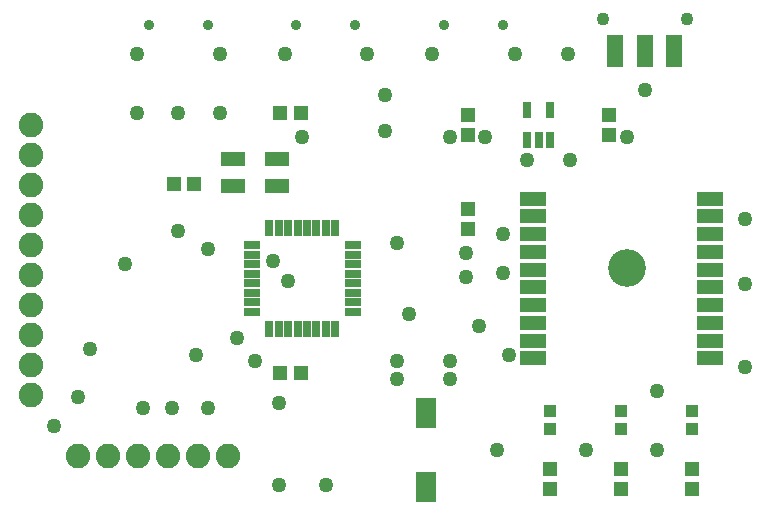
<source format=gts>
G75*
%MOIN*%
%OFA0B0*%
%FSLAX25Y25*%
%IPPOS*%
%LPD*%
%AMOC8*
5,1,8,0,0,1.08239X$1,22.5*
%
%ADD10R,0.05131X0.04737*%
%ADD11R,0.04737X0.05131*%
%ADD12C,0.08200*%
%ADD13R,0.03950X0.03950*%
%ADD14R,0.05524X0.10643*%
%ADD15C,0.04343*%
%ADD16R,0.07099X0.09855*%
%ADD17C,0.03500*%
%ADD18C,0.05000*%
%ADD19R,0.03000X0.05800*%
%ADD20R,0.05800X0.03000*%
%ADD21R,0.08674X0.04737*%
%ADD22C,0.12611*%
%ADD23R,0.02965X0.05524*%
%ADD24R,0.08280X0.05131*%
%ADD25C,0.04965*%
D10*
X0092142Y0052181D03*
X0098835Y0052181D03*
X0182102Y0020094D03*
X0182102Y0013402D03*
X0205724Y0013402D03*
X0205724Y0020094D03*
X0229346Y0020094D03*
X0229346Y0013402D03*
X0063402Y0115173D03*
X0056709Y0115173D03*
X0092142Y0138795D03*
X0098835Y0138795D03*
D11*
X0154543Y0138205D03*
X0154543Y0131512D03*
X0154543Y0106709D03*
X0154543Y0100016D03*
X0201787Y0131512D03*
X0201787Y0138205D03*
D12*
X0024622Y0024622D03*
X0034622Y0024622D03*
X0044622Y0024622D03*
X0054622Y0024622D03*
X0064622Y0024622D03*
X0074622Y0024622D03*
X0008874Y0044858D03*
X0008874Y0054858D03*
X0008874Y0064858D03*
X0008874Y0074858D03*
X0008874Y0084858D03*
X0008874Y0094858D03*
X0008874Y0104858D03*
X0008874Y0114858D03*
X0008874Y0124858D03*
X0008874Y0134858D03*
D13*
X0182102Y0039386D03*
X0182102Y0033480D03*
X0205724Y0033480D03*
X0205724Y0039386D03*
X0229346Y0039386D03*
X0229346Y0033480D03*
D14*
X0223441Y0159465D03*
X0213598Y0159465D03*
X0203756Y0159465D03*
D15*
X0199622Y0170291D03*
X0227575Y0170291D03*
D16*
X0140764Y0038992D03*
X0140764Y0014189D03*
D17*
X0146669Y0168323D03*
X0166354Y0168323D03*
X0117142Y0168323D03*
X0097457Y0168323D03*
X0067929Y0168323D03*
X0048244Y0168323D03*
D18*
X0044307Y0158480D03*
X0071866Y0158480D03*
X0093520Y0158480D03*
X0121079Y0158480D03*
X0142732Y0158480D03*
X0170291Y0158480D03*
D19*
X0110449Y0100577D03*
X0107299Y0100577D03*
X0104150Y0100577D03*
X0101000Y0100577D03*
X0097850Y0100577D03*
X0094701Y0100577D03*
X0091551Y0100577D03*
X0088402Y0100577D03*
X0088402Y0066777D03*
X0091551Y0066777D03*
X0094701Y0066777D03*
X0097850Y0066777D03*
X0101000Y0066777D03*
X0104150Y0066777D03*
X0107299Y0066777D03*
X0110449Y0066777D03*
D20*
X0116325Y0072654D03*
X0116325Y0075803D03*
X0116325Y0078953D03*
X0116325Y0082102D03*
X0116325Y0085252D03*
X0116325Y0088402D03*
X0116325Y0091551D03*
X0116325Y0094701D03*
X0082525Y0094701D03*
X0082525Y0091551D03*
X0082525Y0088402D03*
X0082525Y0085252D03*
X0082525Y0082102D03*
X0082525Y0078953D03*
X0082525Y0075803D03*
X0082525Y0072654D03*
D21*
X0176197Y0074819D03*
X0176197Y0080724D03*
X0176197Y0086630D03*
X0176197Y0092535D03*
X0176197Y0098441D03*
X0176197Y0104346D03*
X0176197Y0110252D03*
X0176197Y0068913D03*
X0176197Y0063008D03*
X0176197Y0057102D03*
X0235252Y0057102D03*
X0235252Y0063008D03*
X0235252Y0068913D03*
X0235252Y0074819D03*
X0235252Y0080724D03*
X0235252Y0086630D03*
X0235252Y0092535D03*
X0235252Y0098441D03*
X0235252Y0104346D03*
X0235252Y0110252D03*
D22*
X0207693Y0087024D03*
D23*
X0181906Y0129740D03*
X0178165Y0129740D03*
X0174425Y0129740D03*
X0174425Y0139977D03*
X0181906Y0139977D03*
D24*
X0090961Y0123638D03*
X0090961Y0114583D03*
X0076394Y0114583D03*
X0076394Y0123638D03*
D25*
X0071866Y0138795D03*
X0058087Y0138795D03*
X0044307Y0138795D03*
X0058087Y0099425D03*
X0067929Y0093520D03*
X0089583Y0089583D03*
X0094701Y0082890D03*
X0077772Y0063992D03*
X0083677Y0056118D03*
X0091551Y0042339D03*
X0067929Y0040370D03*
X0056118Y0040370D03*
X0046276Y0040370D03*
X0024622Y0044307D03*
X0016748Y0034465D03*
X0028559Y0060055D03*
X0063992Y0058087D03*
X0040370Y0088402D03*
X0099425Y0130921D03*
X0126984Y0132890D03*
X0126984Y0144701D03*
X0148638Y0130921D03*
X0160449Y0130921D03*
X0174228Y0123047D03*
X0188598Y0123047D03*
X0207693Y0130921D03*
X0213598Y0146669D03*
X0188008Y0158480D03*
X0247063Y0103362D03*
X0247063Y0081709D03*
X0247063Y0054150D03*
X0217535Y0046276D03*
X0217535Y0026591D03*
X0193913Y0026591D03*
X0164386Y0026591D03*
X0148638Y0050213D03*
X0148638Y0056118D03*
X0158480Y0067929D03*
X0168323Y0058087D03*
X0134858Y0071866D03*
X0154150Y0084071D03*
X0154150Y0092339D03*
X0166354Y0098638D03*
X0166354Y0085646D03*
X0130921Y0095488D03*
X0130921Y0056118D03*
X0130921Y0050213D03*
X0107299Y0014780D03*
X0091551Y0014780D03*
M02*

</source>
